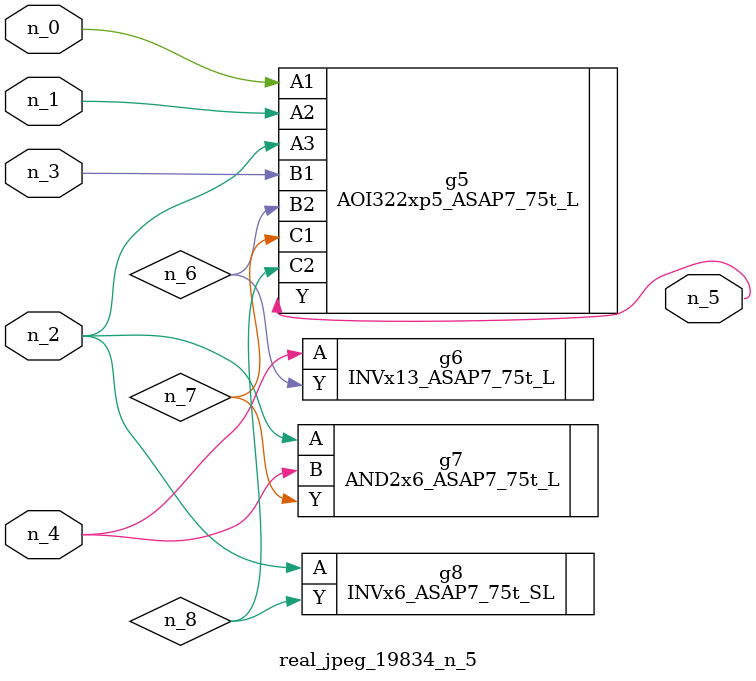
<source format=v>
module real_jpeg_19834_n_5 (n_4, n_0, n_1, n_2, n_3, n_5);

input n_4;
input n_0;
input n_1;
input n_2;
input n_3;

output n_5;

wire n_8;
wire n_6;
wire n_7;

AOI322xp5_ASAP7_75t_L g5 ( 
.A1(n_0),
.A2(n_1),
.A3(n_2),
.B1(n_3),
.B2(n_6),
.C1(n_7),
.C2(n_8),
.Y(n_5)
);

AND2x6_ASAP7_75t_L g7 ( 
.A(n_2),
.B(n_4),
.Y(n_7)
);

INVx6_ASAP7_75t_SL g8 ( 
.A(n_2),
.Y(n_8)
);

INVx13_ASAP7_75t_L g6 ( 
.A(n_4),
.Y(n_6)
);


endmodule
</source>
